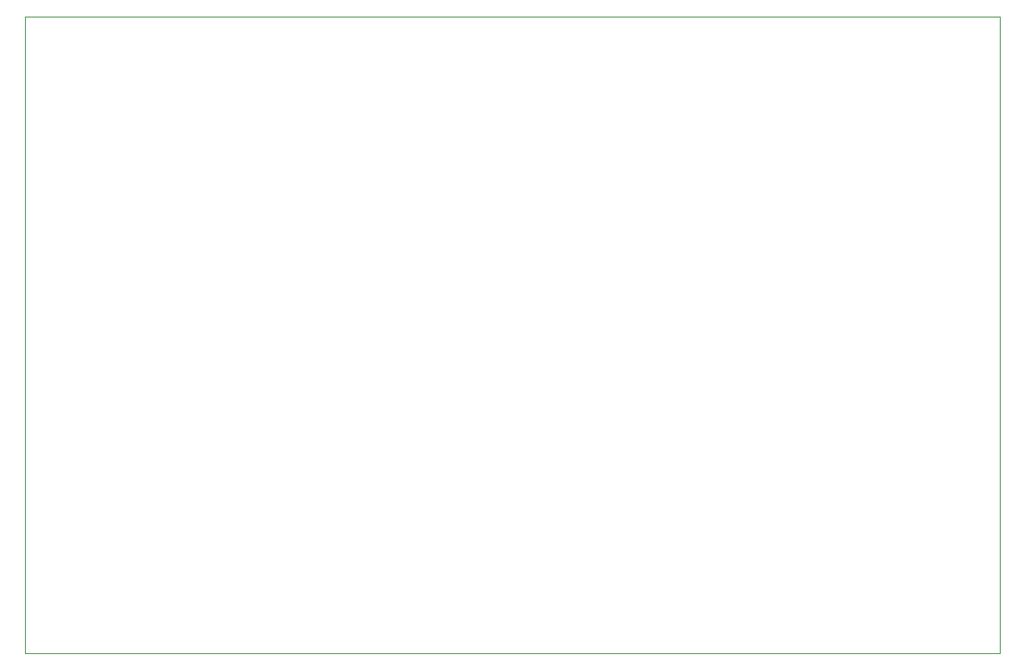
<source format=gbr>
%TF.GenerationSoftware,KiCad,Pcbnew,(5.1.10)-1*%
%TF.CreationDate,2021-08-25T15:37:08-07:00*%
%TF.ProjectId,fmcw,666d6377-2e6b-4696-9361-645f70636258,rev?*%
%TF.SameCoordinates,Original*%
%TF.FileFunction,Profile,NP*%
%FSLAX46Y46*%
G04 Gerber Fmt 4.6, Leading zero omitted, Abs format (unit mm)*
G04 Created by KiCad (PCBNEW (5.1.10)-1) date 2021-08-25 15:37:08*
%MOMM*%
%LPD*%
G01*
G04 APERTURE LIST*
%TA.AperFunction,Profile*%
%ADD10C,0.050000*%
%TD*%
G04 APERTURE END LIST*
D10*
X173990000Y-146050000D02*
X74930000Y-146050000D01*
X173990000Y-81280000D02*
X173990000Y-146050000D01*
X74930000Y-81280000D02*
X173990000Y-81280000D01*
X74930000Y-146050000D02*
X74930000Y-81280000D01*
M02*

</source>
